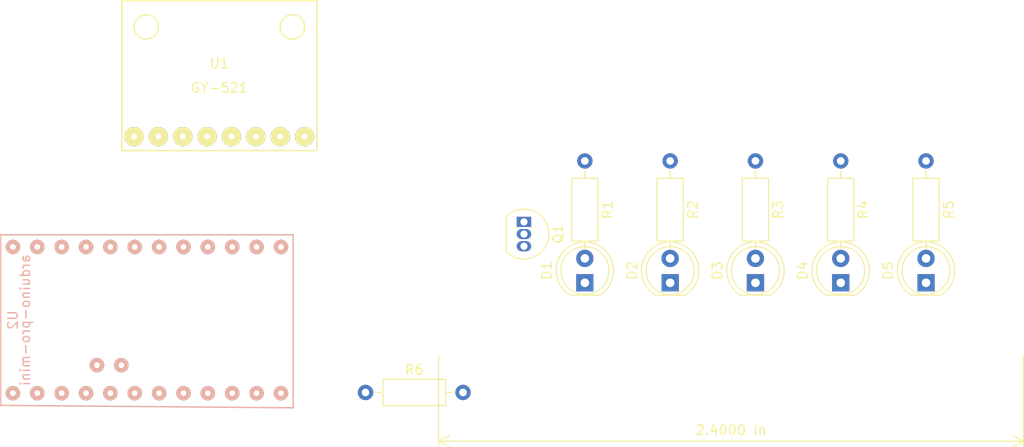
<source format=kicad_pcb>
(kicad_pcb (version 20171130) (host pcbnew 5.1.2)

  (general
    (thickness 1.6)
    (drawings 1)
    (tracks 0)
    (zones 0)
    (modules 14)
    (nets 37)
  )

  (page A4)
  (layers
    (0 F.Cu signal)
    (31 B.Cu signal)
    (32 B.Adhes user)
    (33 F.Adhes user)
    (34 B.Paste user)
    (35 F.Paste user)
    (36 B.SilkS user)
    (37 F.SilkS user)
    (38 B.Mask user)
    (39 F.Mask user)
    (40 Dwgs.User user)
    (41 Cmts.User user)
    (42 Eco1.User user)
    (43 Eco2.User user)
    (44 Edge.Cuts user)
    (45 Margin user)
    (46 B.CrtYd user)
    (47 F.CrtYd user)
    (48 B.Fab user)
    (49 F.Fab user)
  )

  (setup
    (last_trace_width 0.25)
    (trace_clearance 0.2)
    (zone_clearance 0.508)
    (zone_45_only no)
    (trace_min 0.2)
    (via_size 0.8)
    (via_drill 0.4)
    (via_min_size 0.4)
    (via_min_drill 0.3)
    (uvia_size 0.3)
    (uvia_drill 0.1)
    (uvias_allowed no)
    (uvia_min_size 0.2)
    (uvia_min_drill 0.1)
    (edge_width 0.05)
    (segment_width 0.2)
    (pcb_text_width 0.3)
    (pcb_text_size 1.5 1.5)
    (mod_edge_width 0.12)
    (mod_text_size 1 1)
    (mod_text_width 0.15)
    (pad_size 1.524 1.524)
    (pad_drill 0.762)
    (pad_to_mask_clearance 0.051)
    (solder_mask_min_width 0.25)
    (aux_axis_origin 0 0)
    (visible_elements FFFFFF7F)
    (pcbplotparams
      (layerselection 0x010fc_ffffffff)
      (usegerberextensions false)
      (usegerberattributes false)
      (usegerberadvancedattributes false)
      (creategerberjobfile false)
      (excludeedgelayer true)
      (linewidth 0.100000)
      (plotframeref false)
      (viasonmask false)
      (mode 1)
      (useauxorigin false)
      (hpglpennumber 1)
      (hpglpenspeed 20)
      (hpglpendiameter 15.000000)
      (psnegative false)
      (psa4output false)
      (plotreference true)
      (plotvalue true)
      (plotinvisibletext false)
      (padsonsilk false)
      (subtractmaskfromsilk false)
      (outputformat 1)
      (mirror false)
      (drillshape 1)
      (scaleselection 1)
      (outputdirectory ""))
  )

  (net 0 "")
  (net 1 "Net-(D1-Pad1)")
  (net 2 "Net-(D1-Pad2)")
  (net 3 "Net-(D2-Pad2)")
  (net 4 "Net-(D3-Pad2)")
  (net 5 "Net-(D4-Pad2)")
  (net 6 "Net-(D5-Pad2)")
  (net 7 "Net-(Q1-Pad2)")
  (net 8 GND)
  (net 9 VCC)
  (net 10 "Net-(U1-Pad3)")
  (net 11 "Net-(U1-Pad4)")
  (net 12 "Net-(U1-Pad5)")
  (net 13 "Net-(U1-Pad6)")
  (net 14 "Net-(U1-Pad7)")
  (net 15 "Net-(U1-Pad8)")
  (net 16 "Net-(U2-Pad1)")
  (net 17 "Net-(U2-Pad2)")
  (net 18 "Net-(U2-Pad3)")
  (net 19 "Net-(U2-Pad5)")
  (net 20 "Net-(U2-Pad6)")
  (net 21 "Net-(U2-Pad7)")
  (net 22 "Net-(U2-Pad8)")
  (net 23 "Net-(U2-Pad9)")
  (net 24 "Net-(U2-Pad10)")
  (net 25 "Net-(U2-Pad11)")
  (net 26 "Net-(U2-Pad13)")
  (net 27 "Net-(U2-Pad14)")
  (net 28 "Net-(U2-Pad15)")
  (net 29 "Net-(U2-Pad16)")
  (net 30 "Net-(U2-Pad17)")
  (net 31 "Net-(U2-Pad18)")
  (net 32 "Net-(U2-Pad19)")
  (net 33 "Net-(U2-Pad20)")
  (net 34 "Net-(U2-Pad22)")
  (net 35 "Net-(U2-Pad24)")
  (net 36 "Net-(R6-Pad1)")

  (net_class Default "This is the default net class."
    (clearance 0.2)
    (trace_width 0.25)
    (via_dia 0.8)
    (via_drill 0.4)
    (uvia_dia 0.3)
    (uvia_drill 0.1)
    (add_net GND)
    (add_net "Net-(D1-Pad1)")
    (add_net "Net-(D1-Pad2)")
    (add_net "Net-(D2-Pad2)")
    (add_net "Net-(D3-Pad2)")
    (add_net "Net-(D4-Pad2)")
    (add_net "Net-(D5-Pad2)")
    (add_net "Net-(Q1-Pad2)")
    (add_net "Net-(R6-Pad1)")
    (add_net "Net-(U1-Pad3)")
    (add_net "Net-(U1-Pad4)")
    (add_net "Net-(U1-Pad5)")
    (add_net "Net-(U1-Pad6)")
    (add_net "Net-(U1-Pad7)")
    (add_net "Net-(U1-Pad8)")
    (add_net "Net-(U2-Pad1)")
    (add_net "Net-(U2-Pad10)")
    (add_net "Net-(U2-Pad11)")
    (add_net "Net-(U2-Pad13)")
    (add_net "Net-(U2-Pad14)")
    (add_net "Net-(U2-Pad15)")
    (add_net "Net-(U2-Pad16)")
    (add_net "Net-(U2-Pad17)")
    (add_net "Net-(U2-Pad18)")
    (add_net "Net-(U2-Pad19)")
    (add_net "Net-(U2-Pad2)")
    (add_net "Net-(U2-Pad20)")
    (add_net "Net-(U2-Pad22)")
    (add_net "Net-(U2-Pad24)")
    (add_net "Net-(U2-Pad3)")
    (add_net "Net-(U2-Pad5)")
    (add_net "Net-(U2-Pad6)")
    (add_net "Net-(U2-Pad7)")
    (add_net "Net-(U2-Pad8)")
    (add_net "Net-(U2-Pad9)")
    (add_net VCC)
  )

  (module LED_THT:LED_D5.0mm (layer F.Cu) (tedit 5995936A) (tstamp 5CF9B13B)
    (at 210.82 101.6 90)
    (descr "LED, diameter 5.0mm, 2 pins, http://cdn-reichelt.de/documents/datenblatt/A500/LL-504BC2E-009.pdf")
    (tags "LED diameter 5.0mm 2 pins")
    (path /5CF9820A)
    (fp_text reference D1 (at 1.27 -3.96 90) (layer F.SilkS)
      (effects (font (size 1 1) (thickness 0.15)))
    )
    (fp_text value LED (at 1.27 3.96 90) (layer F.Fab)
      (effects (font (size 1 1) (thickness 0.15)))
    )
    (fp_arc (start 1.27 0) (end -1.23 -1.469694) (angle 299.1) (layer F.Fab) (width 0.1))
    (fp_arc (start 1.27 0) (end -1.29 -1.54483) (angle 148.9) (layer F.SilkS) (width 0.12))
    (fp_arc (start 1.27 0) (end -1.29 1.54483) (angle -148.9) (layer F.SilkS) (width 0.12))
    (fp_circle (center 1.27 0) (end 3.77 0) (layer F.Fab) (width 0.1))
    (fp_circle (center 1.27 0) (end 3.77 0) (layer F.SilkS) (width 0.12))
    (fp_line (start -1.23 -1.469694) (end -1.23 1.469694) (layer F.Fab) (width 0.1))
    (fp_line (start -1.29 -1.545) (end -1.29 1.545) (layer F.SilkS) (width 0.12))
    (fp_line (start -1.95 -3.25) (end -1.95 3.25) (layer F.CrtYd) (width 0.05))
    (fp_line (start -1.95 3.25) (end 4.5 3.25) (layer F.CrtYd) (width 0.05))
    (fp_line (start 4.5 3.25) (end 4.5 -3.25) (layer F.CrtYd) (width 0.05))
    (fp_line (start 4.5 -3.25) (end -1.95 -3.25) (layer F.CrtYd) (width 0.05))
    (fp_text user %R (at 1.25 0 90) (layer F.Fab)
      (effects (font (size 0.8 0.8) (thickness 0.2)))
    )
    (pad 1 thru_hole rect (at 0 0 90) (size 1.8 1.8) (drill 0.9) (layers *.Cu *.Mask)
      (net 1 "Net-(D1-Pad1)"))
    (pad 2 thru_hole circle (at 2.54 0 90) (size 1.8 1.8) (drill 0.9) (layers *.Cu *.Mask)
      (net 2 "Net-(D1-Pad2)"))
    (model ${KISYS3DMOD}/LED_THT.3dshapes/LED_D5.0mm.wrl
      (at (xyz 0 0 0))
      (scale (xyz 1 1 1))
      (rotate (xyz 0 0 0))
    )
  )

  (module LED_THT:LED_D5.0mm (layer F.Cu) (tedit 5995936A) (tstamp 5CF99F85)
    (at 219.71 101.6 90)
    (descr "LED, diameter 5.0mm, 2 pins, http://cdn-reichelt.de/documents/datenblatt/A500/LL-504BC2E-009.pdf")
    (tags "LED diameter 5.0mm 2 pins")
    (path /5CF9BF45)
    (fp_text reference D2 (at 1.27 -3.96 90) (layer F.SilkS)
      (effects (font (size 1 1) (thickness 0.15)))
    )
    (fp_text value LED (at 1.27 3.96 90) (layer F.Fab)
      (effects (font (size 1 1) (thickness 0.15)))
    )
    (fp_text user %R (at 1.25 0 90) (layer F.Fab)
      (effects (font (size 0.8 0.8) (thickness 0.2)))
    )
    (fp_line (start 4.5 -3.25) (end -1.95 -3.25) (layer F.CrtYd) (width 0.05))
    (fp_line (start 4.5 3.25) (end 4.5 -3.25) (layer F.CrtYd) (width 0.05))
    (fp_line (start -1.95 3.25) (end 4.5 3.25) (layer F.CrtYd) (width 0.05))
    (fp_line (start -1.95 -3.25) (end -1.95 3.25) (layer F.CrtYd) (width 0.05))
    (fp_line (start -1.29 -1.545) (end -1.29 1.545) (layer F.SilkS) (width 0.12))
    (fp_line (start -1.23 -1.469694) (end -1.23 1.469694) (layer F.Fab) (width 0.1))
    (fp_circle (center 1.27 0) (end 3.77 0) (layer F.SilkS) (width 0.12))
    (fp_circle (center 1.27 0) (end 3.77 0) (layer F.Fab) (width 0.1))
    (fp_arc (start 1.27 0) (end -1.29 1.54483) (angle -148.9) (layer F.SilkS) (width 0.12))
    (fp_arc (start 1.27 0) (end -1.29 -1.54483) (angle 148.9) (layer F.SilkS) (width 0.12))
    (fp_arc (start 1.27 0) (end -1.23 -1.469694) (angle 299.1) (layer F.Fab) (width 0.1))
    (pad 2 thru_hole circle (at 2.54 0 90) (size 1.8 1.8) (drill 0.9) (layers *.Cu *.Mask)
      (net 3 "Net-(D2-Pad2)"))
    (pad 1 thru_hole rect (at 0 0 90) (size 1.8 1.8) (drill 0.9) (layers *.Cu *.Mask)
      (net 1 "Net-(D1-Pad1)"))
    (model ${KISYS3DMOD}/LED_THT.3dshapes/LED_D5.0mm.wrl
      (at (xyz 0 0 0))
      (scale (xyz 1 1 1))
      (rotate (xyz 0 0 0))
    )
  )

  (module LED_THT:LED_D5.0mm (layer F.Cu) (tedit 5995936A) (tstamp 5CF9ADEF)
    (at 228.6 101.6 90)
    (descr "LED, diameter 5.0mm, 2 pins, http://cdn-reichelt.de/documents/datenblatt/A500/LL-504BC2E-009.pdf")
    (tags "LED diameter 5.0mm 2 pins")
    (path /5CF9C654)
    (fp_text reference D3 (at 1.27 -3.96 90) (layer F.SilkS)
      (effects (font (size 1 1) (thickness 0.15)))
    )
    (fp_text value LED (at 1.27 3.96 90) (layer F.Fab)
      (effects (font (size 1 1) (thickness 0.15)))
    )
    (fp_arc (start 1.27 0) (end -1.23 -1.469694) (angle 299.1) (layer F.Fab) (width 0.1))
    (fp_arc (start 1.27 0) (end -1.29 -1.54483) (angle 148.9) (layer F.SilkS) (width 0.12))
    (fp_arc (start 1.27 0) (end -1.29 1.54483) (angle -148.9) (layer F.SilkS) (width 0.12))
    (fp_circle (center 1.27 0) (end 3.77 0) (layer F.Fab) (width 0.1))
    (fp_circle (center 1.27 0) (end 3.77 0) (layer F.SilkS) (width 0.12))
    (fp_line (start -1.23 -1.469694) (end -1.23 1.469694) (layer F.Fab) (width 0.1))
    (fp_line (start -1.29 -1.545) (end -1.29 1.545) (layer F.SilkS) (width 0.12))
    (fp_line (start -1.95 -3.25) (end -1.95 3.25) (layer F.CrtYd) (width 0.05))
    (fp_line (start -1.95 3.25) (end 4.5 3.25) (layer F.CrtYd) (width 0.05))
    (fp_line (start 4.5 3.25) (end 4.5 -3.25) (layer F.CrtYd) (width 0.05))
    (fp_line (start 4.5 -3.25) (end -1.95 -3.25) (layer F.CrtYd) (width 0.05))
    (fp_text user %R (at 1.25 0 90) (layer F.Fab)
      (effects (font (size 0.8 0.8) (thickness 0.2)))
    )
    (pad 1 thru_hole rect (at 0 0 90) (size 1.8 1.8) (drill 0.9) (layers *.Cu *.Mask)
      (net 1 "Net-(D1-Pad1)"))
    (pad 2 thru_hole circle (at 2.54 0 90) (size 1.8 1.8) (drill 0.9) (layers *.Cu *.Mask)
      (net 4 "Net-(D3-Pad2)"))
    (model ${KISYS3DMOD}/LED_THT.3dshapes/LED_D5.0mm.wrl
      (at (xyz 0 0 0))
      (scale (xyz 1 1 1))
      (rotate (xyz 0 0 0))
    )
  )

  (module LED_THT:LED_D5.0mm (layer F.Cu) (tedit 5995936A) (tstamp 5CF9AD55)
    (at 237.49 101.6 90)
    (descr "LED, diameter 5.0mm, 2 pins, http://cdn-reichelt.de/documents/datenblatt/A500/LL-504BC2E-009.pdf")
    (tags "LED diameter 5.0mm 2 pins")
    (path /5CF9E76F)
    (fp_text reference D4 (at 1.27 -3.96 90) (layer F.SilkS)
      (effects (font (size 1 1) (thickness 0.15)))
    )
    (fp_text value LED (at 1.27 3.96 90) (layer F.Fab)
      (effects (font (size 1 1) (thickness 0.15)))
    )
    (fp_text user %R (at 1.25 0 90) (layer F.Fab)
      (effects (font (size 0.8 0.8) (thickness 0.2)))
    )
    (fp_line (start 4.5 -3.25) (end -1.95 -3.25) (layer F.CrtYd) (width 0.05))
    (fp_line (start 4.5 3.25) (end 4.5 -3.25) (layer F.CrtYd) (width 0.05))
    (fp_line (start -1.95 3.25) (end 4.5 3.25) (layer F.CrtYd) (width 0.05))
    (fp_line (start -1.95 -3.25) (end -1.95 3.25) (layer F.CrtYd) (width 0.05))
    (fp_line (start -1.29 -1.545) (end -1.29 1.545) (layer F.SilkS) (width 0.12))
    (fp_line (start -1.23 -1.469694) (end -1.23 1.469694) (layer F.Fab) (width 0.1))
    (fp_circle (center 1.27 0) (end 3.77 0) (layer F.SilkS) (width 0.12))
    (fp_circle (center 1.27 0) (end 3.77 0) (layer F.Fab) (width 0.1))
    (fp_arc (start 1.27 0) (end -1.29 1.54483) (angle -148.9) (layer F.SilkS) (width 0.12))
    (fp_arc (start 1.27 0) (end -1.29 -1.54483) (angle 148.9) (layer F.SilkS) (width 0.12))
    (fp_arc (start 1.27 0) (end -1.23 -1.469694) (angle 299.1) (layer F.Fab) (width 0.1))
    (pad 2 thru_hole circle (at 2.54 0 90) (size 1.8 1.8) (drill 0.9) (layers *.Cu *.Mask)
      (net 5 "Net-(D4-Pad2)"))
    (pad 1 thru_hole rect (at 0 0 90) (size 1.8 1.8) (drill 0.9) (layers *.Cu *.Mask)
      (net 1 "Net-(D1-Pad1)"))
    (model ${KISYS3DMOD}/LED_THT.3dshapes/LED_D5.0mm.wrl
      (at (xyz 0 0 0))
      (scale (xyz 1 1 1))
      (rotate (xyz 0 0 0))
    )
  )

  (module LED_THT:LED_D5.0mm (layer F.Cu) (tedit 5995936A) (tstamp 5CF9B192)
    (at 246.38 101.6 90)
    (descr "LED, diameter 5.0mm, 2 pins, http://cdn-reichelt.de/documents/datenblatt/A500/LL-504BC2E-009.pdf")
    (tags "LED diameter 5.0mm 2 pins")
    (path /5CF9E77C)
    (fp_text reference D5 (at 1.27 -3.96 90) (layer F.SilkS)
      (effects (font (size 1 1) (thickness 0.15)))
    )
    (fp_text value LED (at 1.27 3.96 90) (layer F.Fab)
      (effects (font (size 1 1) (thickness 0.15)))
    )
    (fp_arc (start 1.27 0) (end -1.23 -1.469694) (angle 299.1) (layer F.Fab) (width 0.1))
    (fp_arc (start 1.27 0) (end -1.29 -1.54483) (angle 148.9) (layer F.SilkS) (width 0.12))
    (fp_arc (start 1.27 0) (end -1.29 1.54483) (angle -148.9) (layer F.SilkS) (width 0.12))
    (fp_circle (center 1.27 0) (end 3.77 0) (layer F.Fab) (width 0.1))
    (fp_circle (center 1.27 0) (end 3.77 0) (layer F.SilkS) (width 0.12))
    (fp_line (start -1.23 -1.469694) (end -1.23 1.469694) (layer F.Fab) (width 0.1))
    (fp_line (start -1.29 -1.545) (end -1.29 1.545) (layer F.SilkS) (width 0.12))
    (fp_line (start -1.95 -3.25) (end -1.95 3.25) (layer F.CrtYd) (width 0.05))
    (fp_line (start -1.95 3.25) (end 4.5 3.25) (layer F.CrtYd) (width 0.05))
    (fp_line (start 4.5 3.25) (end 4.5 -3.25) (layer F.CrtYd) (width 0.05))
    (fp_line (start 4.5 -3.25) (end -1.95 -3.25) (layer F.CrtYd) (width 0.05))
    (fp_text user %R (at 1.25 0 90) (layer F.Fab)
      (effects (font (size 0.8 0.8) (thickness 0.2)))
    )
    (pad 1 thru_hole rect (at 0 0 90) (size 1.8 1.8) (drill 0.9) (layers *.Cu *.Mask)
      (net 1 "Net-(D1-Pad1)"))
    (pad 2 thru_hole circle (at 2.54 0 90) (size 1.8 1.8) (drill 0.9) (layers *.Cu *.Mask)
      (net 6 "Net-(D5-Pad2)"))
    (model ${KISYS3DMOD}/LED_THT.3dshapes/LED_D5.0mm.wrl
      (at (xyz 0 0 0))
      (scale (xyz 1 1 1))
      (rotate (xyz 0 0 0))
    )
  )

  (module Package_TO_SOT_THT:TO-92_Inline (layer F.Cu) (tedit 5A1DD157) (tstamp 5CF99FCD)
    (at 204.47 95.25 270)
    (descr "TO-92 leads in-line, narrow, oval pads, drill 0.75mm (see NXP sot054_po.pdf)")
    (tags "to-92 sc-43 sc-43a sot54 PA33 transistor")
    (path /5CF961C0)
    (fp_text reference Q1 (at 1.27 -3.56 90) (layer F.SilkS)
      (effects (font (size 1 1) (thickness 0.15)))
    )
    (fp_text value PN2222A (at 1.27 2.79 90) (layer F.Fab)
      (effects (font (size 1 1) (thickness 0.15)))
    )
    (fp_text user %R (at 1.27 -3.56 90) (layer F.Fab)
      (effects (font (size 1 1) (thickness 0.15)))
    )
    (fp_line (start -0.53 1.85) (end 3.07 1.85) (layer F.SilkS) (width 0.12))
    (fp_line (start -0.5 1.75) (end 3 1.75) (layer F.Fab) (width 0.1))
    (fp_line (start -1.46 -2.73) (end 4 -2.73) (layer F.CrtYd) (width 0.05))
    (fp_line (start -1.46 -2.73) (end -1.46 2.01) (layer F.CrtYd) (width 0.05))
    (fp_line (start 4 2.01) (end 4 -2.73) (layer F.CrtYd) (width 0.05))
    (fp_line (start 4 2.01) (end -1.46 2.01) (layer F.CrtYd) (width 0.05))
    (fp_arc (start 1.27 0) (end 1.27 -2.48) (angle 135) (layer F.Fab) (width 0.1))
    (fp_arc (start 1.27 0) (end 1.27 -2.6) (angle -135) (layer F.SilkS) (width 0.12))
    (fp_arc (start 1.27 0) (end 1.27 -2.48) (angle -135) (layer F.Fab) (width 0.1))
    (fp_arc (start 1.27 0) (end 1.27 -2.6) (angle 135) (layer F.SilkS) (width 0.12))
    (pad 2 thru_hole oval (at 1.27 0 270) (size 1.05 1.5) (drill 0.75) (layers *.Cu *.Mask)
      (net 7 "Net-(Q1-Pad2)"))
    (pad 3 thru_hole oval (at 2.54 0 270) (size 1.05 1.5) (drill 0.75) (layers *.Cu *.Mask)
      (net 1 "Net-(D1-Pad1)"))
    (pad 1 thru_hole rect (at 0 0 270) (size 1.05 1.5) (drill 0.75) (layers *.Cu *.Mask)
      (net 8 GND))
    (model ${KISYS3DMOD}/Package_TO_SOT_THT.3dshapes/TO-92_Inline.wrl
      (at (xyz 0 0 0))
      (scale (xyz 1 1 1))
      (rotate (xyz 0 0 0))
    )
  )

  (module Resistor_THT:R_Axial_DIN0207_L6.3mm_D2.5mm_P10.16mm_Horizontal (layer F.Cu) (tedit 5AE5139B) (tstamp 5CF9BF43)
    (at 187.96 113.03)
    (descr "Resistor, Axial_DIN0207 series, Axial, Horizontal, pin pitch=10.16mm, 0.25W = 1/4W, length*diameter=6.3*2.5mm^2, http://cdn-reichelt.de/documents/datenblatt/B400/1_4W%23YAG.pdf")
    (tags "Resistor Axial_DIN0207 series Axial Horizontal pin pitch 10.16mm 0.25W = 1/4W length 6.3mm diameter 2.5mm")
    (path /5CFAB8C0)
    (fp_text reference R6 (at 5.08 -2.37) (layer F.SilkS)
      (effects (font (size 1 1) (thickness 0.15)))
    )
    (fp_text value 330R (at 5.08 2.37) (layer F.Fab)
      (effects (font (size 1 1) (thickness 0.15)))
    )
    (fp_text user %R (at 5.08 0) (layer F.Fab)
      (effects (font (size 1 1) (thickness 0.15)))
    )
    (fp_line (start 11.21 -1.5) (end -1.05 -1.5) (layer F.CrtYd) (width 0.05))
    (fp_line (start 11.21 1.5) (end 11.21 -1.5) (layer F.CrtYd) (width 0.05))
    (fp_line (start -1.05 1.5) (end 11.21 1.5) (layer F.CrtYd) (width 0.05))
    (fp_line (start -1.05 -1.5) (end -1.05 1.5) (layer F.CrtYd) (width 0.05))
    (fp_line (start 9.12 0) (end 8.35 0) (layer F.SilkS) (width 0.12))
    (fp_line (start 1.04 0) (end 1.81 0) (layer F.SilkS) (width 0.12))
    (fp_line (start 8.35 -1.37) (end 1.81 -1.37) (layer F.SilkS) (width 0.12))
    (fp_line (start 8.35 1.37) (end 8.35 -1.37) (layer F.SilkS) (width 0.12))
    (fp_line (start 1.81 1.37) (end 8.35 1.37) (layer F.SilkS) (width 0.12))
    (fp_line (start 1.81 -1.37) (end 1.81 1.37) (layer F.SilkS) (width 0.12))
    (fp_line (start 10.16 0) (end 8.23 0) (layer F.Fab) (width 0.1))
    (fp_line (start 0 0) (end 1.93 0) (layer F.Fab) (width 0.1))
    (fp_line (start 8.23 -1.25) (end 1.93 -1.25) (layer F.Fab) (width 0.1))
    (fp_line (start 8.23 1.25) (end 8.23 -1.25) (layer F.Fab) (width 0.1))
    (fp_line (start 1.93 1.25) (end 8.23 1.25) (layer F.Fab) (width 0.1))
    (fp_line (start 1.93 -1.25) (end 1.93 1.25) (layer F.Fab) (width 0.1))
    (pad 2 thru_hole oval (at 10.16 0) (size 1.6 1.6) (drill 0.8) (layers *.Cu *.Mask)
      (net 7 "Net-(Q1-Pad2)"))
    (pad 1 thru_hole circle (at 0 0) (size 1.6 1.6) (drill 0.8) (layers *.Cu *.Mask)
      (net 36 "Net-(R6-Pad1)"))
    (model ${KISYS3DMOD}/Resistor_THT.3dshapes/R_Axial_DIN0207_L6.3mm_D2.5mm_P10.16mm_Horizontal.wrl
      (at (xyz 0 0 0))
      (scale (xyz 1 1 1))
      (rotate (xyz 0 0 0))
    )
  )

  (module Resistor_THT:R_Axial_DIN0207_L6.3mm_D2.5mm_P10.16mm_Horizontal (layer F.Cu) (tedit 5AE5139B) (tstamp 5CF9B863)
    (at 210.82 88.9 270)
    (descr "Resistor, Axial_DIN0207 series, Axial, Horizontal, pin pitch=10.16mm, 0.25W = 1/4W, length*diameter=6.3*2.5mm^2, http://cdn-reichelt.de/documents/datenblatt/B400/1_4W%23YAG.pdf")
    (tags "Resistor Axial_DIN0207 series Axial Horizontal pin pitch 10.16mm 0.25W = 1/4W length 6.3mm diameter 2.5mm")
    (path /5CF97D49)
    (fp_text reference R1 (at 5.08 -2.37 90) (layer F.SilkS)
      (effects (font (size 1 1) (thickness 0.15)))
    )
    (fp_text value 68R (at 5.08 2.37 90) (layer F.Fab)
      (effects (font (size 1 1) (thickness 0.15)))
    )
    (fp_line (start 1.93 -1.25) (end 1.93 1.25) (layer F.Fab) (width 0.1))
    (fp_line (start 1.93 1.25) (end 8.23 1.25) (layer F.Fab) (width 0.1))
    (fp_line (start 8.23 1.25) (end 8.23 -1.25) (layer F.Fab) (width 0.1))
    (fp_line (start 8.23 -1.25) (end 1.93 -1.25) (layer F.Fab) (width 0.1))
    (fp_line (start 0 0) (end 1.93 0) (layer F.Fab) (width 0.1))
    (fp_line (start 10.16 0) (end 8.23 0) (layer F.Fab) (width 0.1))
    (fp_line (start 1.81 -1.37) (end 1.81 1.37) (layer F.SilkS) (width 0.12))
    (fp_line (start 1.81 1.37) (end 8.35 1.37) (layer F.SilkS) (width 0.12))
    (fp_line (start 8.35 1.37) (end 8.35 -1.37) (layer F.SilkS) (width 0.12))
    (fp_line (start 8.35 -1.37) (end 1.81 -1.37) (layer F.SilkS) (width 0.12))
    (fp_line (start 1.04 0) (end 1.81 0) (layer F.SilkS) (width 0.12))
    (fp_line (start 9.12 0) (end 8.35 0) (layer F.SilkS) (width 0.12))
    (fp_line (start -1.05 -1.5) (end -1.05 1.5) (layer F.CrtYd) (width 0.05))
    (fp_line (start -1.05 1.5) (end 11.21 1.5) (layer F.CrtYd) (width 0.05))
    (fp_line (start 11.21 1.5) (end 11.21 -1.5) (layer F.CrtYd) (width 0.05))
    (fp_line (start 11.21 -1.5) (end -1.05 -1.5) (layer F.CrtYd) (width 0.05))
    (fp_text user %R (at 5.08 0 90) (layer F.Fab)
      (effects (font (size 1 1) (thickness 0.15)))
    )
    (pad 1 thru_hole circle (at 0 0 270) (size 1.6 1.6) (drill 0.8) (layers *.Cu *.Mask)
      (net 9 VCC))
    (pad 2 thru_hole oval (at 10.16 0 270) (size 1.6 1.6) (drill 0.8) (layers *.Cu *.Mask)
      (net 2 "Net-(D1-Pad2)"))
    (model ${KISYS3DMOD}/Resistor_THT.3dshapes/R_Axial_DIN0207_L6.3mm_D2.5mm_P10.16mm_Horizontal.wrl
      (at (xyz 0 0 0))
      (scale (xyz 1 1 1))
      (rotate (xyz 0 0 0))
    )
  )

  (module Resistor_THT:R_Axial_DIN0207_L6.3mm_D2.5mm_P10.16mm_Horizontal (layer F.Cu) (tedit 5AE5139B) (tstamp 5CF9A012)
    (at 219.71 88.9 270)
    (descr "Resistor, Axial_DIN0207 series, Axial, Horizontal, pin pitch=10.16mm, 0.25W = 1/4W, length*diameter=6.3*2.5mm^2, http://cdn-reichelt.de/documents/datenblatt/B400/1_4W%23YAG.pdf")
    (tags "Resistor Axial_DIN0207 series Axial Horizontal pin pitch 10.16mm 0.25W = 1/4W length 6.3mm diameter 2.5mm")
    (path /5CF9BF3F)
    (fp_text reference R2 (at 5.08 -2.37 90) (layer F.SilkS)
      (effects (font (size 1 1) (thickness 0.15)))
    )
    (fp_text value 68R (at 5.08 2.37 90) (layer F.Fab)
      (effects (font (size 1 1) (thickness 0.15)))
    )
    (fp_text user %R (at 5.08 0 90) (layer F.Fab)
      (effects (font (size 1 1) (thickness 0.15)))
    )
    (fp_line (start 11.21 -1.5) (end -1.05 -1.5) (layer F.CrtYd) (width 0.05))
    (fp_line (start 11.21 1.5) (end 11.21 -1.5) (layer F.CrtYd) (width 0.05))
    (fp_line (start -1.05 1.5) (end 11.21 1.5) (layer F.CrtYd) (width 0.05))
    (fp_line (start -1.05 -1.5) (end -1.05 1.5) (layer F.CrtYd) (width 0.05))
    (fp_line (start 9.12 0) (end 8.35 0) (layer F.SilkS) (width 0.12))
    (fp_line (start 1.04 0) (end 1.81 0) (layer F.SilkS) (width 0.12))
    (fp_line (start 8.35 -1.37) (end 1.81 -1.37) (layer F.SilkS) (width 0.12))
    (fp_line (start 8.35 1.37) (end 8.35 -1.37) (layer F.SilkS) (width 0.12))
    (fp_line (start 1.81 1.37) (end 8.35 1.37) (layer F.SilkS) (width 0.12))
    (fp_line (start 1.81 -1.37) (end 1.81 1.37) (layer F.SilkS) (width 0.12))
    (fp_line (start 10.16 0) (end 8.23 0) (layer F.Fab) (width 0.1))
    (fp_line (start 0 0) (end 1.93 0) (layer F.Fab) (width 0.1))
    (fp_line (start 8.23 -1.25) (end 1.93 -1.25) (layer F.Fab) (width 0.1))
    (fp_line (start 8.23 1.25) (end 8.23 -1.25) (layer F.Fab) (width 0.1))
    (fp_line (start 1.93 1.25) (end 8.23 1.25) (layer F.Fab) (width 0.1))
    (fp_line (start 1.93 -1.25) (end 1.93 1.25) (layer F.Fab) (width 0.1))
    (pad 2 thru_hole oval (at 10.16 0 270) (size 1.6 1.6) (drill 0.8) (layers *.Cu *.Mask)
      (net 3 "Net-(D2-Pad2)"))
    (pad 1 thru_hole circle (at 0 0 270) (size 1.6 1.6) (drill 0.8) (layers *.Cu *.Mask)
      (net 9 VCC))
    (model ${KISYS3DMOD}/Resistor_THT.3dshapes/R_Axial_DIN0207_L6.3mm_D2.5mm_P10.16mm_Horizontal.wrl
      (at (xyz 0 0 0))
      (scale (xyz 1 1 1))
      (rotate (xyz 0 0 0))
    )
  )

  (module Resistor_THT:R_Axial_DIN0207_L6.3mm_D2.5mm_P10.16mm_Horizontal (layer F.Cu) (tedit 5AE5139B) (tstamp 5CF9BDDE)
    (at 228.6 88.9 270)
    (descr "Resistor, Axial_DIN0207 series, Axial, Horizontal, pin pitch=10.16mm, 0.25W = 1/4W, length*diameter=6.3*2.5mm^2, http://cdn-reichelt.de/documents/datenblatt/B400/1_4W%23YAG.pdf")
    (tags "Resistor Axial_DIN0207 series Axial Horizontal pin pitch 10.16mm 0.25W = 1/4W length 6.3mm diameter 2.5mm")
    (path /5CF9C64E)
    (fp_text reference R3 (at 5.08 -2.37 90) (layer F.SilkS)
      (effects (font (size 1 1) (thickness 0.15)))
    )
    (fp_text value 68R (at 5.08 2.37 90) (layer F.Fab)
      (effects (font (size 1 1) (thickness 0.15)))
    )
    (fp_line (start 1.93 -1.25) (end 1.93 1.25) (layer F.Fab) (width 0.1))
    (fp_line (start 1.93 1.25) (end 8.23 1.25) (layer F.Fab) (width 0.1))
    (fp_line (start 8.23 1.25) (end 8.23 -1.25) (layer F.Fab) (width 0.1))
    (fp_line (start 8.23 -1.25) (end 1.93 -1.25) (layer F.Fab) (width 0.1))
    (fp_line (start 0 0) (end 1.93 0) (layer F.Fab) (width 0.1))
    (fp_line (start 10.16 0) (end 8.23 0) (layer F.Fab) (width 0.1))
    (fp_line (start 1.81 -1.37) (end 1.81 1.37) (layer F.SilkS) (width 0.12))
    (fp_line (start 1.81 1.37) (end 8.35 1.37) (layer F.SilkS) (width 0.12))
    (fp_line (start 8.35 1.37) (end 8.35 -1.37) (layer F.SilkS) (width 0.12))
    (fp_line (start 8.35 -1.37) (end 1.81 -1.37) (layer F.SilkS) (width 0.12))
    (fp_line (start 1.04 0) (end 1.81 0) (layer F.SilkS) (width 0.12))
    (fp_line (start 9.12 0) (end 8.35 0) (layer F.SilkS) (width 0.12))
    (fp_line (start -1.05 -1.5) (end -1.05 1.5) (layer F.CrtYd) (width 0.05))
    (fp_line (start -1.05 1.5) (end 11.21 1.5) (layer F.CrtYd) (width 0.05))
    (fp_line (start 11.21 1.5) (end 11.21 -1.5) (layer F.CrtYd) (width 0.05))
    (fp_line (start 11.21 -1.5) (end -1.05 -1.5) (layer F.CrtYd) (width 0.05))
    (fp_text user %R (at 5.08 0 90) (layer F.Fab)
      (effects (font (size 1 1) (thickness 0.15)))
    )
    (pad 1 thru_hole circle (at 0 0 270) (size 1.6 1.6) (drill 0.8) (layers *.Cu *.Mask)
      (net 9 VCC))
    (pad 2 thru_hole oval (at 10.16 0 270) (size 1.6 1.6) (drill 0.8) (layers *.Cu *.Mask)
      (net 4 "Net-(D3-Pad2)"))
    (model ${KISYS3DMOD}/Resistor_THT.3dshapes/R_Axial_DIN0207_L6.3mm_D2.5mm_P10.16mm_Horizontal.wrl
      (at (xyz 0 0 0))
      (scale (xyz 1 1 1))
      (rotate (xyz 0 0 0))
    )
  )

  (module Resistor_THT:R_Axial_DIN0207_L6.3mm_D2.5mm_P10.16mm_Horizontal (layer F.Cu) (tedit 5AE5139B) (tstamp 5CF9A040)
    (at 237.49 88.9 270)
    (descr "Resistor, Axial_DIN0207 series, Axial, Horizontal, pin pitch=10.16mm, 0.25W = 1/4W, length*diameter=6.3*2.5mm^2, http://cdn-reichelt.de/documents/datenblatt/B400/1_4W%23YAG.pdf")
    (tags "Resistor Axial_DIN0207 series Axial Horizontal pin pitch 10.16mm 0.25W = 1/4W length 6.3mm diameter 2.5mm")
    (path /5CF9E769)
    (fp_text reference R4 (at 5.08 -2.37 90) (layer F.SilkS)
      (effects (font (size 1 1) (thickness 0.15)))
    )
    (fp_text value 68R (at 5.08 2.37 90) (layer F.Fab)
      (effects (font (size 1 1) (thickness 0.15)))
    )
    (fp_text user %R (at 5.08 0 90) (layer F.Fab)
      (effects (font (size 1 1) (thickness 0.15)))
    )
    (fp_line (start 11.21 -1.5) (end -1.05 -1.5) (layer F.CrtYd) (width 0.05))
    (fp_line (start 11.21 1.5) (end 11.21 -1.5) (layer F.CrtYd) (width 0.05))
    (fp_line (start -1.05 1.5) (end 11.21 1.5) (layer F.CrtYd) (width 0.05))
    (fp_line (start -1.05 -1.5) (end -1.05 1.5) (layer F.CrtYd) (width 0.05))
    (fp_line (start 9.12 0) (end 8.35 0) (layer F.SilkS) (width 0.12))
    (fp_line (start 1.04 0) (end 1.81 0) (layer F.SilkS) (width 0.12))
    (fp_line (start 8.35 -1.37) (end 1.81 -1.37) (layer F.SilkS) (width 0.12))
    (fp_line (start 8.35 1.37) (end 8.35 -1.37) (layer F.SilkS) (width 0.12))
    (fp_line (start 1.81 1.37) (end 8.35 1.37) (layer F.SilkS) (width 0.12))
    (fp_line (start 1.81 -1.37) (end 1.81 1.37) (layer F.SilkS) (width 0.12))
    (fp_line (start 10.16 0) (end 8.23 0) (layer F.Fab) (width 0.1))
    (fp_line (start 0 0) (end 1.93 0) (layer F.Fab) (width 0.1))
    (fp_line (start 8.23 -1.25) (end 1.93 -1.25) (layer F.Fab) (width 0.1))
    (fp_line (start 8.23 1.25) (end 8.23 -1.25) (layer F.Fab) (width 0.1))
    (fp_line (start 1.93 1.25) (end 8.23 1.25) (layer F.Fab) (width 0.1))
    (fp_line (start 1.93 -1.25) (end 1.93 1.25) (layer F.Fab) (width 0.1))
    (pad 2 thru_hole oval (at 10.16 0 270) (size 1.6 1.6) (drill 0.8) (layers *.Cu *.Mask)
      (net 5 "Net-(D4-Pad2)"))
    (pad 1 thru_hole circle (at 0 0 270) (size 1.6 1.6) (drill 0.8) (layers *.Cu *.Mask)
      (net 9 VCC))
    (model ${KISYS3DMOD}/Resistor_THT.3dshapes/R_Axial_DIN0207_L6.3mm_D2.5mm_P10.16mm_Horizontal.wrl
      (at (xyz 0 0 0))
      (scale (xyz 1 1 1))
      (rotate (xyz 0 0 0))
    )
  )

  (module Resistor_THT:R_Axial_DIN0207_L6.3mm_D2.5mm_P10.16mm_Horizontal (layer F.Cu) (tedit 5AE5139B) (tstamp 5CF9B0CA)
    (at 246.38 88.9 270)
    (descr "Resistor, Axial_DIN0207 series, Axial, Horizontal, pin pitch=10.16mm, 0.25W = 1/4W, length*diameter=6.3*2.5mm^2, http://cdn-reichelt.de/documents/datenblatt/B400/1_4W%23YAG.pdf")
    (tags "Resistor Axial_DIN0207 series Axial Horizontal pin pitch 10.16mm 0.25W = 1/4W length 6.3mm diameter 2.5mm")
    (path /5CF9E776)
    (fp_text reference R5 (at 5.08 -2.37 90) (layer F.SilkS)
      (effects (font (size 1 1) (thickness 0.15)))
    )
    (fp_text value 68R (at 5.08 2.37 90) (layer F.Fab)
      (effects (font (size 1 1) (thickness 0.15)))
    )
    (fp_line (start 1.93 -1.25) (end 1.93 1.25) (layer F.Fab) (width 0.1))
    (fp_line (start 1.93 1.25) (end 8.23 1.25) (layer F.Fab) (width 0.1))
    (fp_line (start 8.23 1.25) (end 8.23 -1.25) (layer F.Fab) (width 0.1))
    (fp_line (start 8.23 -1.25) (end 1.93 -1.25) (layer F.Fab) (width 0.1))
    (fp_line (start 0 0) (end 1.93 0) (layer F.Fab) (width 0.1))
    (fp_line (start 10.16 0) (end 8.23 0) (layer F.Fab) (width 0.1))
    (fp_line (start 1.81 -1.37) (end 1.81 1.37) (layer F.SilkS) (width 0.12))
    (fp_line (start 1.81 1.37) (end 8.35 1.37) (layer F.SilkS) (width 0.12))
    (fp_line (start 8.35 1.37) (end 8.35 -1.37) (layer F.SilkS) (width 0.12))
    (fp_line (start 8.35 -1.37) (end 1.81 -1.37) (layer F.SilkS) (width 0.12))
    (fp_line (start 1.04 0) (end 1.81 0) (layer F.SilkS) (width 0.12))
    (fp_line (start 9.12 0) (end 8.35 0) (layer F.SilkS) (width 0.12))
    (fp_line (start -1.05 -1.5) (end -1.05 1.5) (layer F.CrtYd) (width 0.05))
    (fp_line (start -1.05 1.5) (end 11.21 1.5) (layer F.CrtYd) (width 0.05))
    (fp_line (start 11.21 1.5) (end 11.21 -1.5) (layer F.CrtYd) (width 0.05))
    (fp_line (start 11.21 -1.5) (end -1.05 -1.5) (layer F.CrtYd) (width 0.05))
    (fp_text user %R (at 5.08 0 90) (layer F.Fab)
      (effects (font (size 1 1) (thickness 0.15)))
    )
    (pad 1 thru_hole circle (at 0 0 270) (size 1.6 1.6) (drill 0.8) (layers *.Cu *.Mask)
      (net 9 VCC))
    (pad 2 thru_hole oval (at 10.16 0 270) (size 1.6 1.6) (drill 0.8) (layers *.Cu *.Mask)
      (net 6 "Net-(D5-Pad2)"))
    (model ${KISYS3DMOD}/Resistor_THT.3dshapes/R_Axial_DIN0207_L6.3mm_D2.5mm_P10.16mm_Horizontal.wrl
      (at (xyz 0 0 0))
      (scale (xyz 1 1 1))
      (rotate (xyz 0 0 0))
    )
  )

  (module blinker:GY-521 (layer F.Cu) (tedit 555D191F) (tstamp 5CF9B758)
    (at 172.72 80.01)
    (path /5CF9595D)
    (fp_text reference U1 (at 0 -1.27) (layer F.SilkS)
      (effects (font (size 1 1) (thickness 0.15)))
    )
    (fp_text value GY-521 (at 0 1.27) (layer F.SilkS)
      (effects (font (size 1 1) (thickness 0.15)))
    )
    (fp_circle (center -7.62 -5.08) (end -6.35 -5.08) (layer F.SilkS) (width 0.15))
    (fp_circle (center 7.62 -5.08) (end 8.89 -5.08) (layer F.SilkS) (width 0.15))
    (fp_line (start -10.16 -7.8105) (end 10.16 -7.8105) (layer F.SilkS) (width 0.15))
    (fp_line (start 10.16 -7.8105) (end 10.16 7.8105) (layer F.SilkS) (width 0.15))
    (fp_line (start 10.16 7.8105) (end -10.16 7.8105) (layer F.SilkS) (width 0.15))
    (fp_line (start -10.16 7.8105) (end -10.16 -7.8105) (layer F.SilkS) (width 0.15))
    (pad 1 thru_hole circle (at -8.89 6.35) (size 2 2) (drill 0.6) (layers *.Cu *.Mask F.SilkS)
      (net 9 VCC))
    (pad 2 thru_hole circle (at -6.35 6.35) (size 2 2) (drill 0.6) (layers *.Cu *.Mask F.SilkS)
      (net 8 GND))
    (pad 3 thru_hole circle (at -3.81 6.35) (size 2 2) (drill 0.6) (layers *.Cu *.Mask F.SilkS)
      (net 10 "Net-(U1-Pad3)"))
    (pad 4 thru_hole circle (at -1.27 6.35) (size 2 2) (drill 0.6) (layers *.Cu *.Mask F.SilkS)
      (net 11 "Net-(U1-Pad4)"))
    (pad 5 thru_hole circle (at 1.27 6.35) (size 2 2) (drill 0.6) (layers *.Cu *.Mask F.SilkS)
      (net 12 "Net-(U1-Pad5)"))
    (pad 6 thru_hole circle (at 3.81 6.35) (size 2 2) (drill 0.6) (layers *.Cu *.Mask F.SilkS)
      (net 13 "Net-(U1-Pad6)"))
    (pad 7 thru_hole circle (at 6.35 6.35) (size 2 2) (drill 0.6) (layers *.Cu *.Mask F.SilkS)
      (net 14 "Net-(U1-Pad7)"))
    (pad 8 thru_hole circle (at 8.89 6.35) (size 2 2) (drill 0.6) (layers *.Cu *.Mask F.SilkS)
      (net 15 "Net-(U1-Pad8)"))
  )

  (module blinker:arduino_pro_mini (layer B.Cu) (tedit 555C236A) (tstamp 5CF9C32B)
    (at 165.175001 105.485001 270)
    (path /5CF94FA2)
    (fp_text reference U2 (at 0 13.97 270) (layer B.SilkS)
      (effects (font (size 1 1) (thickness 0.15)) (justify mirror))
    )
    (fp_text value arduino-pro-mini (at 0 12.7 270) (layer B.SilkS)
      (effects (font (size 1 1) (thickness 0.15)) (justify mirror))
    )
    (fp_line (start -8.89 15.24) (end 8.89 15.24) (layer B.SilkS) (width 0.15))
    (fp_line (start 8.89 15.24) (end 9.144 -15.24) (layer B.SilkS) (width 0.15))
    (fp_line (start 9.144 -15.24) (end -8.89 -15.24) (layer B.SilkS) (width 0.15))
    (fp_line (start -8.89 -15.24) (end -8.89 15.24) (layer B.SilkS) (width 0.15))
    (pad 1 thru_hole circle (at -7.62 13.97 270) (size 1.5 1.5) (drill 0.6) (layers *.Cu *.Mask B.SilkS)
      (net 16 "Net-(U2-Pad1)"))
    (pad 2 thru_hole circle (at -7.62 11.43 270) (size 1.5 1.5) (drill 0.6) (layers *.Cu *.Mask B.SilkS)
      (net 17 "Net-(U2-Pad2)"))
    (pad 3 thru_hole circle (at -7.62 8.89 270) (size 1.5 1.5) (drill 0.6) (layers *.Cu *.Mask B.SilkS)
      (net 18 "Net-(U2-Pad3)"))
    (pad 4 thru_hole circle (at -7.62 6.35 270) (size 1.5 1.5) (drill 0.6) (layers *.Cu *.Mask B.SilkS)
      (net 8 GND))
    (pad 5 thru_hole circle (at -7.62 3.81 270) (size 1.5 1.5) (drill 0.6) (layers *.Cu *.Mask B.SilkS)
      (net 19 "Net-(U2-Pad5)"))
    (pad 6 thru_hole circle (at -7.62 1.27 270) (size 1.5 1.5) (drill 0.6) (layers *.Cu *.Mask B.SilkS)
      (net 20 "Net-(U2-Pad6)"))
    (pad 7 thru_hole circle (at -7.62 -1.27 270) (size 1.5 1.5) (drill 0.6) (layers *.Cu *.Mask B.SilkS)
      (net 21 "Net-(U2-Pad7)"))
    (pad 8 thru_hole circle (at -7.62 -3.81 270) (size 1.5 1.5) (drill 0.6) (layers *.Cu *.Mask B.SilkS)
      (net 22 "Net-(U2-Pad8)"))
    (pad 9 thru_hole circle (at -7.62 -6.35 270) (size 1.5 1.5) (drill 0.6) (layers *.Cu *.Mask B.SilkS)
      (net 23 "Net-(U2-Pad9)"))
    (pad 10 thru_hole circle (at -7.62 -8.89 270) (size 1.5 1.5) (drill 0.6) (layers *.Cu *.Mask B.SilkS)
      (net 24 "Net-(U2-Pad10)"))
    (pad 11 thru_hole circle (at -7.62 -11.43 270) (size 1.5 1.5) (drill 0.6) (layers *.Cu *.Mask B.SilkS)
      (net 25 "Net-(U2-Pad11)"))
    (pad 12 thru_hole circle (at -7.62 -13.97 270) (size 1.5 1.5) (drill 0.6) (layers *.Cu *.Mask B.SilkS)
      (net 36 "Net-(R6-Pad1)"))
    (pad 13 thru_hole circle (at 7.62 -13.97 270) (size 1.5 1.5) (drill 0.6) (layers *.Cu *.Mask B.SilkS)
      (net 26 "Net-(U2-Pad13)"))
    (pad 14 thru_hole circle (at 7.62 -11.43 270) (size 1.5 1.5) (drill 0.6) (layers *.Cu *.Mask B.SilkS)
      (net 27 "Net-(U2-Pad14)"))
    (pad 15 thru_hole circle (at 7.62 -8.89 270) (size 1.5 1.5) (drill 0.6) (layers *.Cu *.Mask B.SilkS)
      (net 28 "Net-(U2-Pad15)"))
    (pad 16 thru_hole circle (at 7.62 -6.35 270) (size 1.5 1.5) (drill 0.6) (layers *.Cu *.Mask B.SilkS)
      (net 29 "Net-(U2-Pad16)"))
    (pad 17 thru_hole circle (at 7.62 -3.81 270) (size 1.5 1.5) (drill 0.6) (layers *.Cu *.Mask B.SilkS)
      (net 30 "Net-(U2-Pad17)"))
    (pad 18 thru_hole circle (at 7.62 -1.27 270) (size 1.5 1.5) (drill 0.6) (layers *.Cu *.Mask B.SilkS)
      (net 31 "Net-(U2-Pad18)"))
    (pad 19 thru_hole circle (at 7.62 1.27 270) (size 1.5 1.5) (drill 0.6) (layers *.Cu *.Mask B.SilkS)
      (net 32 "Net-(U2-Pad19)"))
    (pad 20 thru_hole circle (at 7.62 3.81 270) (size 1.5 1.5) (drill 0.6) (layers *.Cu *.Mask B.SilkS)
      (net 33 "Net-(U2-Pad20)"))
    (pad 21 thru_hole circle (at 7.62 6.35 270) (size 1.5 1.5) (drill 0.6) (layers *.Cu *.Mask B.SilkS)
      (net 9 VCC))
    (pad 22 thru_hole circle (at 7.62 8.89 270) (size 1.5 1.5) (drill 0.6) (layers *.Cu *.Mask B.SilkS)
      (net 34 "Net-(U2-Pad22)"))
    (pad 23 thru_hole circle (at 7.62 11.43 270) (size 1.5 1.5) (drill 0.6) (layers *.Cu *.Mask B.SilkS)
      (net 8 GND))
    (pad 24 thru_hole circle (at 7.62 13.97 270) (size 1.5 1.5) (drill 0.6) (layers *.Cu *.Mask B.SilkS)
      (net 35 "Net-(U2-Pad24)"))
    (pad 25 thru_hole circle (at 4.699 5.207 270) (size 1.5 1.5) (drill 0.6) (layers *.Cu *.Mask B.SilkS)
      (net 10 "Net-(U1-Pad3)"))
    (pad 26 thru_hole circle (at 4.699 2.667 270) (size 1.5 1.5) (drill 0.6) (layers *.Cu *.Mask B.SilkS)
      (net 11 "Net-(U1-Pad4)"))
  )

  (dimension 60.96 (width 0.12) (layer F.SilkS)
    (gr_text "60.960 mm" (at 226.06 119.38) (layer F.SilkS)
      (effects (font (size 1 1) (thickness 0.15)))
    )
    (feature1 (pts (xy 256.54 109.22) (xy 256.54 118.696421)))
    (feature2 (pts (xy 195.58 109.22) (xy 195.58 118.696421)))
    (crossbar (pts (xy 195.58 118.11) (xy 256.54 118.11)))
    (arrow1a (pts (xy 256.54 118.11) (xy 255.413496 118.696421)))
    (arrow1b (pts (xy 256.54 118.11) (xy 255.413496 117.523579)))
    (arrow2a (pts (xy 195.58 118.11) (xy 196.706504 118.696421)))
    (arrow2b (pts (xy 195.58 118.11) (xy 196.706504 117.523579)))
  )

)

</source>
